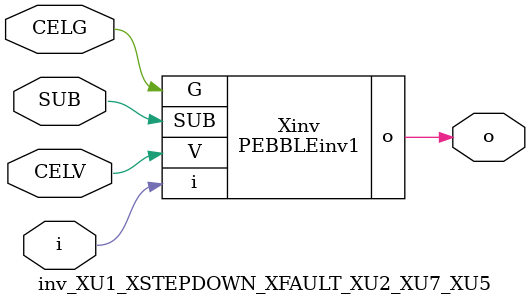
<source format=v>



module PEBBLEinv1 ( o, G, SUB, V, i );

  input V;
  input i;
  input G;
  output o;
  input SUB;
endmodule

//Celera Confidential Do Not Copy inv_XU1_XSTEPDOWN_XFAULT_XU2_XU7_XU5
//Celera Confidential Symbol Generator
//5V Inverter
module inv_XU1_XSTEPDOWN_XFAULT_XU2_XU7_XU5 (CELV,CELG,i,o,SUB);
input CELV;
input CELG;
input i;
input SUB;
output o;

//Celera Confidential Do Not Copy inv
PEBBLEinv1 Xinv(
.V (CELV),
.i (i),
.o (o),
.SUB (SUB),
.G (CELG)
);
//,diesize,PEBBLEinv1

//Celera Confidential Do Not Copy Module End
//Celera Schematic Generator
endmodule

</source>
